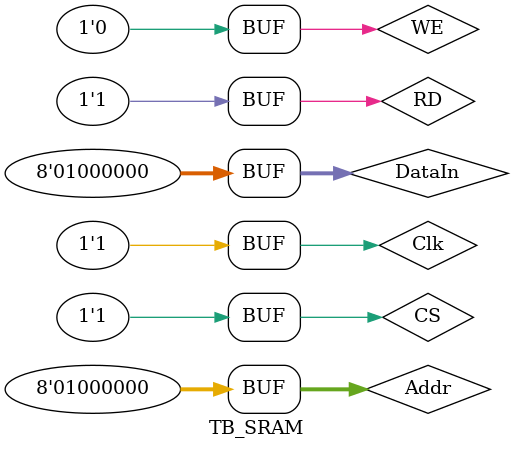
<source format=v>
`timescale 1ns / 1ps


module TB_SRAM(
    );
    
parameter ADR   = 8;
parameter Data  = 8;
parameter Depth = 256;   
    
reg  [Data-1:0]  DataIn;
wire [Data-1:0]  DataOut;
reg [ADR-1:0]  Addr;  
reg CS, WE, RD, Clk;   

SRAM s0 (        .DataIn(DataIn),
                .DataOut(DataOut),
                .Addr(Addr), 
                .CS(CS), 
                .WE(WE), 
                .RD(RD), 
                .Clk(Clk)
                );
                
    always 
 begin 
Clk = 1'b0; #10;
Clk = 1'b1; #10;
 end
  
  initial 
  begin 
  DataIn = 8'b00010000; Addr = 8'b00010000; CS = 1'b1; WE = 1'b1; RD=1'b0;  #150; //10
  DataIn = 8'b00100000; Addr = 8'b00100000; CS = 1'b1; WE = 1'b1; RD=1'b0;  #50; //20
  DataIn = 8'b00110000; Addr = 8'b00110000; CS = 1'b1; WE = 1'b1; RD=1'b0;  #50; //30
  DataIn = 8'b01000000; Addr = 8'b01000000; CS = 1'b1; WE = 1'b1; RD=1'b0;  #50; //40
                               
  DataIn = 8'b00010000; Addr = 8'b00010000; CS = 1'b1; WE = 1'b0; RD=1'b1;  #150; //10
  DataIn = 8'b00100000; Addr = 8'b00100000; CS = 1'b1; WE = 1'b0; RD=1'b1;  #50; //20
  DataIn = 8'b00110000; Addr = 8'b00110000; CS = 1'b1; WE = 1'b0; RD=1'b1;  #50; //30
  DataIn = 8'b01000000; Addr = 8'b01000000; CS = 1'b1; WE = 1'b0; RD=1'b1;  #50; //40
  
  
  end       
endmodule

</source>
